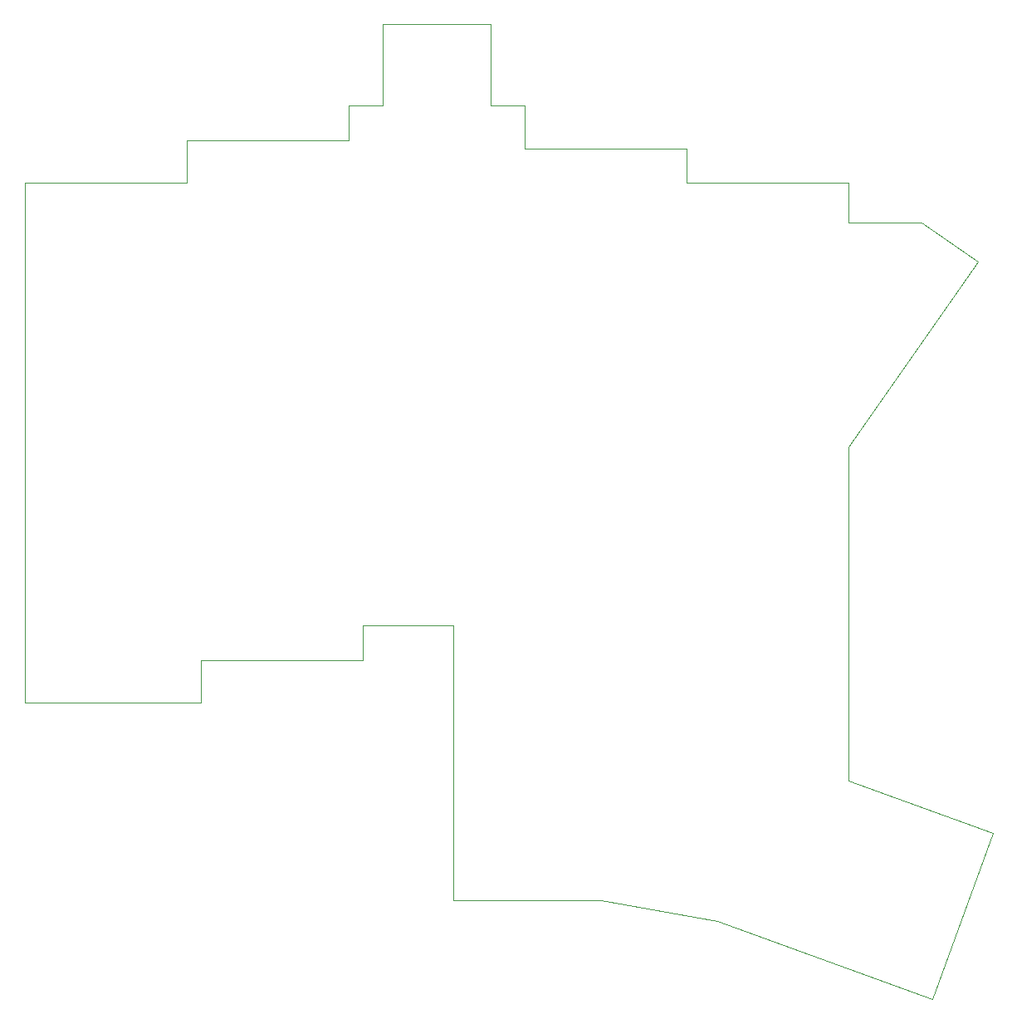
<source format=gbr>
%TF.GenerationSoftware,KiCad,Pcbnew,(6.0.6)*%
%TF.CreationDate,2022-11-13T11:43:50+09:00*%
%TF.ProjectId,split-mini__left,73706c69-742d-46d6-996e-695f5f6c6566,rev?*%
%TF.SameCoordinates,Original*%
%TF.FileFunction,Profile,NP*%
%FSLAX46Y46*%
G04 Gerber Fmt 4.6, Leading zero omitted, Abs format (unit mm)*
G04 Created by KiCad (PCBNEW (6.0.6)) date 2022-11-13 11:43:50*
%MOMM*%
%LPD*%
G01*
G04 APERTURE LIST*
%TA.AperFunction,Profile*%
%ADD10C,0.100000*%
%TD*%
G04 APERTURE END LIST*
D10*
X116274472Y-100918426D02*
X101550000Y-95559156D01*
X50550000Y-30270000D02*
X34050000Y-30270000D01*
X34050000Y-30270000D02*
X34050000Y-34645000D01*
X109006494Y-38645000D02*
X101550000Y-38645000D01*
X114740558Y-42660035D02*
X101550000Y-61498104D01*
X35550000Y-87645000D02*
X35550000Y-83270000D01*
X88214983Y-109860807D02*
X110118110Y-117832893D01*
X35550000Y-83270000D02*
X52050000Y-83270000D01*
X110118110Y-117832893D02*
X116274472Y-100918426D01*
X68550000Y-31145000D02*
X85050000Y-31145000D01*
X34050000Y-34645000D02*
X17550000Y-34645000D01*
X61275000Y-79770000D02*
X61275000Y-107770000D01*
X61275000Y-107770000D02*
X76357429Y-107770000D01*
X17550000Y-87645000D02*
X35550000Y-87645000D01*
X50550000Y-26770000D02*
X50550000Y-30270000D01*
X101550000Y-95559156D02*
X101550000Y-61498104D01*
X65050000Y-26770000D02*
X68550000Y-26770000D01*
X76357429Y-107770000D02*
X88214983Y-109860807D01*
X65050000Y-26770000D02*
X65050000Y-18470000D01*
X17550000Y-34645000D02*
X17550000Y-87645000D01*
X85050000Y-31145000D02*
X85050000Y-34645000D01*
X109006494Y-38645000D02*
X114740558Y-42660035D01*
X54050000Y-26770000D02*
X54050000Y-18470000D01*
X50550000Y-26770000D02*
X54050000Y-26770000D01*
X54050000Y-18470000D02*
X65050000Y-18470000D01*
X101550000Y-38645000D02*
X101550000Y-34645000D01*
X68550000Y-26770000D02*
X68550000Y-31145000D01*
X101550000Y-34645000D02*
X85050000Y-34645000D01*
X52050000Y-83270000D02*
X52050000Y-79770000D01*
X52050000Y-79770000D02*
X61275000Y-79770000D01*
M02*

</source>
